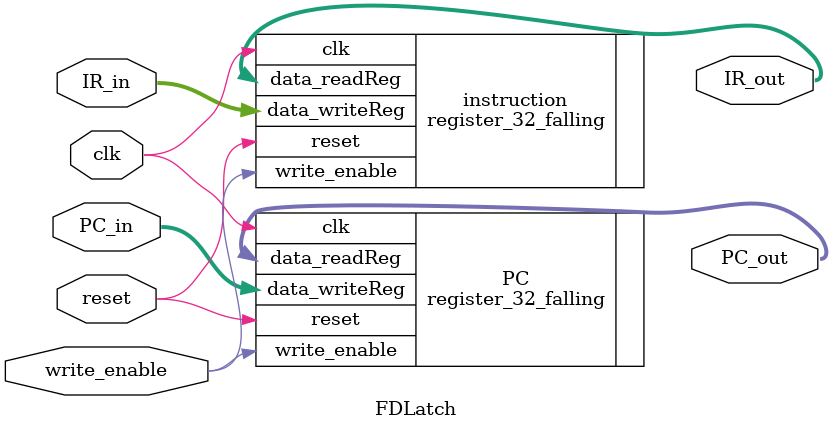
<source format=v>
module FDLatch(PC_in, PC_out, IR_in, IR_out, clk, write_enable, reset);
    input clk, write_enable, reset;
    input [31:0] PC_in, IR_in;
    output [31:0] PC_out, IR_out;
    
    register_32_falling PC(.data_writeReg(PC_in), .data_readReg(PC_out), .clk(clk), .write_enable(write_enable), .reset(reset));
    register_32_falling instruction(.data_writeReg(IR_in), .data_readReg(IR_out), .clk(clk), .write_enable(write_enable), .reset(reset));
endmodule
</source>
